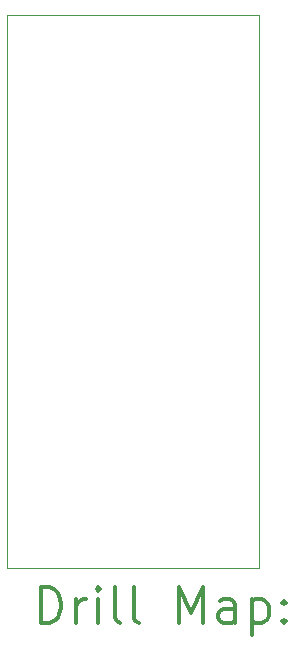
<source format=gbr>
%FSLAX45Y45*%
G04 Gerber Fmt 4.5, Leading zero omitted, Abs format (unit mm)*
G04 Created by KiCad (PCBNEW (5.1.10)-1) date 2021-11-30 10:17:28*
%MOMM*%
%LPD*%
G01*
G04 APERTURE LIST*
%TA.AperFunction,Profile*%
%ADD10C,0.050000*%
%TD*%
%ADD11C,0.200000*%
%ADD12C,0.300000*%
G04 APERTURE END LIST*
D10*
X8931000Y-12336000D02*
X8931000Y-7661000D01*
X11064000Y-12336000D02*
X8931000Y-12336000D01*
X11064000Y-7661000D02*
X11064000Y-12336000D01*
X8931000Y-7661000D02*
X11064000Y-7661000D01*
D11*
D12*
X9214928Y-12804214D02*
X9214928Y-12504214D01*
X9286357Y-12504214D01*
X9329214Y-12518500D01*
X9357786Y-12547071D01*
X9372071Y-12575643D01*
X9386357Y-12632786D01*
X9386357Y-12675643D01*
X9372071Y-12732786D01*
X9357786Y-12761357D01*
X9329214Y-12789929D01*
X9286357Y-12804214D01*
X9214928Y-12804214D01*
X9514928Y-12804214D02*
X9514928Y-12604214D01*
X9514928Y-12661357D02*
X9529214Y-12632786D01*
X9543500Y-12618500D01*
X9572071Y-12604214D01*
X9600643Y-12604214D01*
X9700643Y-12804214D02*
X9700643Y-12604214D01*
X9700643Y-12504214D02*
X9686357Y-12518500D01*
X9700643Y-12532786D01*
X9714928Y-12518500D01*
X9700643Y-12504214D01*
X9700643Y-12532786D01*
X9886357Y-12804214D02*
X9857786Y-12789929D01*
X9843500Y-12761357D01*
X9843500Y-12504214D01*
X10043500Y-12804214D02*
X10014928Y-12789929D01*
X10000643Y-12761357D01*
X10000643Y-12504214D01*
X10386357Y-12804214D02*
X10386357Y-12504214D01*
X10486357Y-12718500D01*
X10586357Y-12504214D01*
X10586357Y-12804214D01*
X10857786Y-12804214D02*
X10857786Y-12647071D01*
X10843500Y-12618500D01*
X10814928Y-12604214D01*
X10757786Y-12604214D01*
X10729214Y-12618500D01*
X10857786Y-12789929D02*
X10829214Y-12804214D01*
X10757786Y-12804214D01*
X10729214Y-12789929D01*
X10714928Y-12761357D01*
X10714928Y-12732786D01*
X10729214Y-12704214D01*
X10757786Y-12689929D01*
X10829214Y-12689929D01*
X10857786Y-12675643D01*
X11000643Y-12604214D02*
X11000643Y-12904214D01*
X11000643Y-12618500D02*
X11029214Y-12604214D01*
X11086357Y-12604214D01*
X11114928Y-12618500D01*
X11129214Y-12632786D01*
X11143500Y-12661357D01*
X11143500Y-12747071D01*
X11129214Y-12775643D01*
X11114928Y-12789929D01*
X11086357Y-12804214D01*
X11029214Y-12804214D01*
X11000643Y-12789929D01*
X11272071Y-12775643D02*
X11286357Y-12789929D01*
X11272071Y-12804214D01*
X11257786Y-12789929D01*
X11272071Y-12775643D01*
X11272071Y-12804214D01*
X11272071Y-12618500D02*
X11286357Y-12632786D01*
X11272071Y-12647071D01*
X11257786Y-12632786D01*
X11272071Y-12618500D01*
X11272071Y-12647071D01*
M02*

</source>
